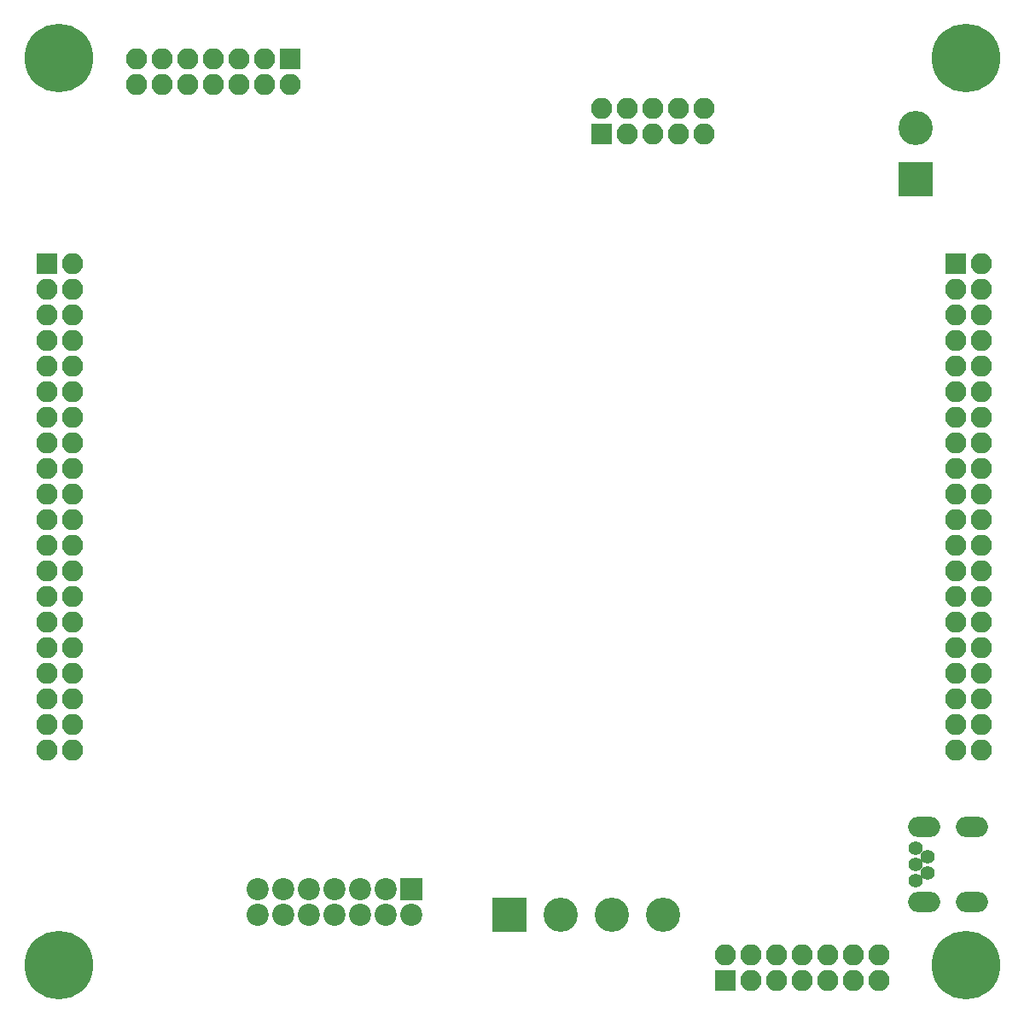
<source format=gbs>
G04 #@! TF.FileFunction,Soldermask,Bot*
%FSLAX46Y46*%
G04 Gerber Fmt 4.6, Leading zero omitted, Abs format (unit mm)*
G04 Created by KiCad (PCBNEW 4.0.1-stable) date 2017/12/18 12:10:38*
%MOMM*%
G01*
G04 APERTURE LIST*
%ADD10C,0.100000*%
%ADD11R,2.100000X2.100000*%
%ADD12O,2.100000X2.100000*%
%ADD13C,3.400000*%
%ADD14R,3.400000X3.400000*%
%ADD15R,2.200000X2.200000*%
%ADD16C,2.200000*%
%ADD17C,1.400000*%
%ADD18O,3.200000X2.000000*%
%ADD19C,6.800000*%
G04 APERTURE END LIST*
D10*
D11*
X71120000Y-96520000D03*
D12*
X71120000Y-93980000D03*
X73660000Y-96520000D03*
X73660000Y-93980000D03*
X76200000Y-96520000D03*
X76200000Y-93980000D03*
X78740000Y-96520000D03*
X78740000Y-93980000D03*
X81280000Y-96520000D03*
X81280000Y-93980000D03*
X83820000Y-96520000D03*
X83820000Y-93980000D03*
X86360000Y-96520000D03*
X86360000Y-93980000D03*
D13*
X54840000Y-90000000D03*
X59920000Y-90000000D03*
D14*
X49760000Y-90000000D03*
D13*
X65000000Y-90000000D03*
D15*
X40000000Y-87460000D03*
D16*
X40000000Y-90000000D03*
X37460000Y-87460000D03*
X37460000Y-90000000D03*
X34920000Y-87460000D03*
X34920000Y-90000000D03*
X32380000Y-87460000D03*
X32380000Y-90000000D03*
X29840000Y-87460000D03*
X29840000Y-90000000D03*
X27300000Y-87460000D03*
X27300000Y-90000000D03*
X24760000Y-87460000D03*
X24760000Y-90000000D03*
D11*
X93980000Y-25400000D03*
D12*
X96520000Y-25400000D03*
X93980000Y-27940000D03*
X96520000Y-27940000D03*
X93980000Y-30480000D03*
X96520000Y-30480000D03*
X93980000Y-33020000D03*
X96520000Y-33020000D03*
X93980000Y-35560000D03*
X96520000Y-35560000D03*
X93980000Y-38100000D03*
X96520000Y-38100000D03*
X93980000Y-40640000D03*
X96520000Y-40640000D03*
X93980000Y-43180000D03*
X96520000Y-43180000D03*
X93980000Y-45720000D03*
X96520000Y-45720000D03*
X93980000Y-48260000D03*
X96520000Y-48260000D03*
X93980000Y-50800000D03*
X96520000Y-50800000D03*
X93980000Y-53340000D03*
X96520000Y-53340000D03*
X93980000Y-55880000D03*
X96520000Y-55880000D03*
X93980000Y-58420000D03*
X96520000Y-58420000D03*
X93980000Y-60960000D03*
X96520000Y-60960000D03*
X93980000Y-63500000D03*
X96520000Y-63500000D03*
X93980000Y-66040000D03*
X96520000Y-66040000D03*
X93980000Y-68580000D03*
X96520000Y-68580000D03*
X93980000Y-71120000D03*
X96520000Y-71120000D03*
X93980000Y-73660000D03*
X96520000Y-73660000D03*
D11*
X3810000Y-25400000D03*
D12*
X6350000Y-25400000D03*
X3810000Y-27940000D03*
X6350000Y-27940000D03*
X3810000Y-30480000D03*
X6350000Y-30480000D03*
X3810000Y-33020000D03*
X6350000Y-33020000D03*
X3810000Y-35560000D03*
X6350000Y-35560000D03*
X3810000Y-38100000D03*
X6350000Y-38100000D03*
X3810000Y-40640000D03*
X6350000Y-40640000D03*
X3810000Y-43180000D03*
X6350000Y-43180000D03*
X3810000Y-45720000D03*
X6350000Y-45720000D03*
X3810000Y-48260000D03*
X6350000Y-48260000D03*
X3810000Y-50800000D03*
X6350000Y-50800000D03*
X3810000Y-53340000D03*
X6350000Y-53340000D03*
X3810000Y-55880000D03*
X6350000Y-55880000D03*
X3810000Y-58420000D03*
X6350000Y-58420000D03*
X3810000Y-60960000D03*
X6350000Y-60960000D03*
X3810000Y-63500000D03*
X6350000Y-63500000D03*
X3810000Y-66040000D03*
X6350000Y-66040000D03*
X3810000Y-68580000D03*
X6350000Y-68580000D03*
X3810000Y-71120000D03*
X6350000Y-71120000D03*
X3810000Y-73660000D03*
X6350000Y-73660000D03*
D11*
X27940000Y-5080000D03*
D12*
X27940000Y-7620000D03*
X25400000Y-5080000D03*
X25400000Y-7620000D03*
X22860000Y-5080000D03*
X22860000Y-7620000D03*
X20320000Y-5080000D03*
X20320000Y-7620000D03*
X17780000Y-5080000D03*
X17780000Y-7620000D03*
X15240000Y-5080000D03*
X15240000Y-7620000D03*
X12700000Y-5080000D03*
X12700000Y-7620000D03*
D11*
X58840000Y-12540000D03*
D12*
X58840000Y-10000000D03*
X61380000Y-12540000D03*
X61380000Y-10000000D03*
X63920000Y-12540000D03*
X63920000Y-10000000D03*
X66460000Y-12540000D03*
X66460000Y-10000000D03*
X69000000Y-12540000D03*
X69000000Y-10000000D03*
D17*
X90000000Y-86600000D03*
X91200000Y-85800000D03*
X90000000Y-85000000D03*
X91200000Y-84200000D03*
X90000000Y-83400000D03*
D18*
X90900000Y-88700000D03*
X95650000Y-88700000D03*
X90900000Y-81300000D03*
X95650000Y-81300000D03*
D14*
X90000000Y-17000000D03*
D13*
X90000000Y-11920000D03*
D19*
X5000000Y-5000000D03*
X95000000Y-5000000D03*
X95000000Y-95000000D03*
X5000000Y-95000000D03*
M02*

</source>
